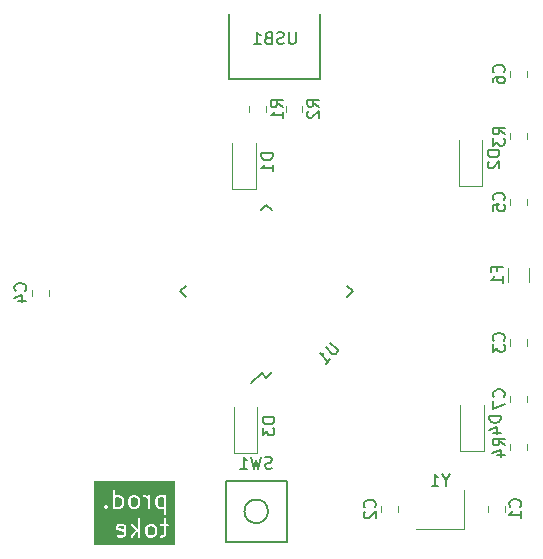
<source format=gbr>
G04 #@! TF.GenerationSoftware,KiCad,Pcbnew,7.0.1*
G04 #@! TF.CreationDate,2023-04-11T18:09:49-04:00*
G04 #@! TF.ProjectId,pikas-pcbs,70696b61-732d-4706-9362-732e6b696361,rev?*
G04 #@! TF.SameCoordinates,Original*
G04 #@! TF.FileFunction,Legend,Bot*
G04 #@! TF.FilePolarity,Positive*
%FSLAX46Y46*%
G04 Gerber Fmt 4.6, Leading zero omitted, Abs format (unit mm)*
G04 Created by KiCad (PCBNEW 7.0.1) date 2023-04-11 18:09:49*
%MOMM*%
%LPD*%
G01*
G04 APERTURE LIST*
%ADD10C,0.187500*%
%ADD11C,0.150000*%
%ADD12C,0.120000*%
G04 APERTURE END LIST*
D10*
G36*
X87333751Y-83046156D02*
G01*
X87383665Y-83096069D01*
X87438392Y-83205523D01*
X87438392Y-83589832D01*
X87383665Y-83699286D01*
X87333752Y-83749200D01*
X87224297Y-83803928D01*
X87054274Y-83803928D01*
X86944820Y-83749202D01*
X86894904Y-83699286D01*
X86840178Y-83589833D01*
X86840178Y-83205523D01*
X86894906Y-83096068D01*
X86944819Y-83046154D01*
X87054273Y-82991428D01*
X87224297Y-82991428D01*
X87333751Y-83046156D01*
G37*
G36*
X84819408Y-83038984D02*
G01*
X84866963Y-83134095D01*
X84866963Y-83283321D01*
X84340178Y-83177964D01*
X84340178Y-83134096D01*
X84387733Y-83038983D01*
X84482844Y-82991428D01*
X84724297Y-82991428D01*
X84819408Y-83038984D01*
G37*
G36*
X88224107Y-80597047D02*
G01*
X88224107Y-81338309D01*
X88152869Y-81373928D01*
X87911417Y-81373928D01*
X87801963Y-81319202D01*
X87752047Y-81269286D01*
X87697321Y-81159833D01*
X87697321Y-80775523D01*
X87752049Y-80666068D01*
X87801962Y-80616154D01*
X87911416Y-80561428D01*
X88152869Y-80561428D01*
X88224107Y-80597047D01*
G37*
G36*
X85905180Y-80616156D02*
G01*
X85955094Y-80666069D01*
X86009821Y-80775523D01*
X86009821Y-81159832D01*
X85955094Y-81269286D01*
X85905181Y-81319200D01*
X85795726Y-81373928D01*
X85625703Y-81373928D01*
X85516249Y-81319202D01*
X85466333Y-81269286D01*
X85411607Y-81159833D01*
X85411607Y-80775523D01*
X85466335Y-80666068D01*
X85516248Y-80616154D01*
X85625702Y-80561428D01*
X85795726Y-80561428D01*
X85905180Y-80616156D01*
G37*
G36*
X84548037Y-80616156D02*
G01*
X84597951Y-80666069D01*
X84652678Y-80775523D01*
X84652678Y-81159832D01*
X84597951Y-81269286D01*
X84548038Y-81319200D01*
X84438583Y-81373928D01*
X84197132Y-81373928D01*
X84125893Y-81338309D01*
X84125893Y-80597047D01*
X84197131Y-80561428D01*
X84438583Y-80561428D01*
X84548037Y-80616156D01*
G37*
G36*
X89170536Y-84576786D02*
G01*
X82296428Y-84576786D01*
X82296428Y-83249489D01*
X84148866Y-83249489D01*
X84152678Y-83265698D01*
X84152678Y-83268301D01*
X84155753Y-83278774D01*
X84161470Y-83303082D01*
X84163454Y-83305000D01*
X84164231Y-83307646D01*
X84183092Y-83323989D01*
X84201049Y-83341352D01*
X84203754Y-83341893D01*
X84205839Y-83343699D01*
X84230544Y-83347251D01*
X84866963Y-83474534D01*
X84866963Y-83661261D01*
X84819407Y-83756372D01*
X84724297Y-83803928D01*
X84482845Y-83803928D01*
X84347725Y-83736369D01*
X84307367Y-83729107D01*
X84256513Y-83750199D01*
X84225135Y-83795436D01*
X84223194Y-83850457D01*
X84251308Y-83897792D01*
X84414270Y-83979272D01*
X84433185Y-83991428D01*
X84452346Y-83991428D01*
X84471202Y-83994821D01*
X84479383Y-83991428D01*
X84741384Y-83991428D01*
X84763732Y-83993841D01*
X84780866Y-83985273D01*
X84799253Y-83979875D01*
X84805053Y-83973180D01*
X84909848Y-83920783D01*
X84913492Y-83920912D01*
X84934251Y-83908582D01*
X84943268Y-83904074D01*
X84945787Y-83901730D01*
X84960827Y-83892798D01*
X84965554Y-83883343D01*
X84973293Y-83876145D01*
X84977626Y-83859198D01*
X85042307Y-83729834D01*
X85054463Y-83710920D01*
X85054463Y-83691759D01*
X85057856Y-83672903D01*
X85054463Y-83664722D01*
X85054463Y-83413780D01*
X85058275Y-83403010D01*
X85054463Y-83386801D01*
X85054463Y-83117018D01*
X85056877Y-83094660D01*
X85048307Y-83077521D01*
X85042910Y-83059139D01*
X85036216Y-83053339D01*
X84983818Y-82948543D01*
X84983947Y-82944901D01*
X84971619Y-82924144D01*
X84967109Y-82915124D01*
X84964765Y-82912604D01*
X84955833Y-82897565D01*
X84946378Y-82892837D01*
X84944397Y-82890707D01*
X85434683Y-82890707D01*
X85446386Y-82944504D01*
X85836928Y-83335046D01*
X85449054Y-83852212D01*
X85434689Y-83890620D01*
X85446344Y-83944427D01*
X85485238Y-83983391D01*
X85539024Y-83995143D01*
X85590625Y-83975950D01*
X85970857Y-83468975D01*
X86009821Y-83507939D01*
X86009821Y-83911158D01*
X86021374Y-83950503D01*
X86062982Y-83986556D01*
X86117476Y-83994391D01*
X86167556Y-83971521D01*
X86197321Y-83925206D01*
X86197321Y-83486022D01*
X86201030Y-83476078D01*
X86197321Y-83459027D01*
X86197321Y-83193880D01*
X86649285Y-83193880D01*
X86652678Y-83202061D01*
X86652678Y-83606917D01*
X86650265Y-83629269D01*
X86658832Y-83646404D01*
X86664231Y-83664789D01*
X86670925Y-83670589D01*
X86728747Y-83786232D01*
X86732100Y-83801646D01*
X86750364Y-83819911D01*
X86767962Y-83838829D01*
X86769735Y-83839282D01*
X86814681Y-83884229D01*
X86822737Y-83897792D01*
X86845836Y-83909341D01*
X86868515Y-83921725D01*
X86870342Y-83921594D01*
X86985699Y-83979272D01*
X87004614Y-83991428D01*
X87023775Y-83991428D01*
X87042631Y-83994821D01*
X87050812Y-83991428D01*
X87241384Y-83991428D01*
X87263732Y-83993841D01*
X87280866Y-83985273D01*
X87299253Y-83979875D01*
X87305053Y-83973180D01*
X87420697Y-83915358D01*
X87436111Y-83912006D01*
X87436534Y-83911583D01*
X87864001Y-83911583D01*
X87886871Y-83961663D01*
X87933186Y-83991428D01*
X88098527Y-83991428D01*
X88120875Y-83993841D01*
X88138009Y-83985273D01*
X88156396Y-83979875D01*
X88162196Y-83973180D01*
X88266991Y-83920783D01*
X88270634Y-83920912D01*
X88291390Y-83908584D01*
X88300411Y-83904074D01*
X88302930Y-83901730D01*
X88317970Y-83892798D01*
X88322697Y-83883343D01*
X88330436Y-83876145D01*
X88334769Y-83859199D01*
X88399451Y-83729834D01*
X88411607Y-83710920D01*
X88411607Y-83691760D01*
X88415000Y-83672904D01*
X88411607Y-83664723D01*
X88411607Y-82991428D01*
X88545622Y-82991428D01*
X88584967Y-82979875D01*
X88621020Y-82938267D01*
X88628855Y-82883773D01*
X88605985Y-82833693D01*
X88559670Y-82803928D01*
X88411607Y-82803928D01*
X88411607Y-82384198D01*
X88400054Y-82344853D01*
X88358446Y-82308800D01*
X88303952Y-82300965D01*
X88253872Y-82323835D01*
X88224107Y-82370150D01*
X88224107Y-82803928D01*
X87947234Y-82803928D01*
X87907889Y-82815481D01*
X87871836Y-82857089D01*
X87864001Y-82911583D01*
X87886871Y-82961663D01*
X87933186Y-82991428D01*
X88224107Y-82991428D01*
X88224107Y-83661260D01*
X88176551Y-83756372D01*
X88081440Y-83803928D01*
X87947234Y-83803928D01*
X87907889Y-83815481D01*
X87871836Y-83857089D01*
X87864001Y-83911583D01*
X87436534Y-83911583D01*
X87454369Y-83893747D01*
X87473293Y-83876145D01*
X87473746Y-83874370D01*
X87518691Y-83829425D01*
X87532256Y-83821369D01*
X87543811Y-83798257D01*
X87556189Y-83775590D01*
X87556058Y-83773763D01*
X87613736Y-83658406D01*
X87625892Y-83639492D01*
X87625892Y-83620331D01*
X87629285Y-83601475D01*
X87625892Y-83593294D01*
X87625892Y-83188446D01*
X87628306Y-83166088D01*
X87619736Y-83148949D01*
X87614339Y-83130567D01*
X87607645Y-83124767D01*
X87549823Y-83009122D01*
X87546470Y-82993708D01*
X87528202Y-82975441D01*
X87510609Y-82956527D01*
X87508834Y-82956073D01*
X87463888Y-82911128D01*
X87455833Y-82897565D01*
X87432713Y-82886004D01*
X87410053Y-82873632D01*
X87408228Y-82873762D01*
X87292867Y-82816081D01*
X87273956Y-82803928D01*
X87254796Y-82803928D01*
X87235940Y-82800535D01*
X87227759Y-82803928D01*
X87037189Y-82803928D01*
X87014837Y-82801515D01*
X86997701Y-82810082D01*
X86979317Y-82815481D01*
X86973516Y-82822175D01*
X86857871Y-82879998D01*
X86842459Y-82883351D01*
X86824200Y-82901609D01*
X86805277Y-82919212D01*
X86804823Y-82920986D01*
X86759878Y-82965931D01*
X86746315Y-82973987D01*
X86734757Y-82997102D01*
X86722382Y-83019766D01*
X86722512Y-83021591D01*
X86664831Y-83136952D01*
X86652678Y-83155864D01*
X86652678Y-83175024D01*
X86649285Y-83193880D01*
X86197321Y-83193880D01*
X86197321Y-82384198D01*
X86185768Y-82344853D01*
X86144160Y-82308800D01*
X86089666Y-82300965D01*
X86039586Y-82323835D01*
X86009821Y-82370150D01*
X86009821Y-83242743D01*
X86007618Y-83240536D01*
X86007572Y-83240526D01*
X85588901Y-82821855D01*
X85552911Y-82802203D01*
X85497997Y-82806131D01*
X85453923Y-82839124D01*
X85434683Y-82890707D01*
X84944397Y-82890707D01*
X84939180Y-82885099D01*
X84922235Y-82880766D01*
X84792867Y-82816081D01*
X84773956Y-82803928D01*
X84754796Y-82803928D01*
X84735940Y-82800535D01*
X84727759Y-82803928D01*
X84465760Y-82803928D01*
X84443408Y-82801515D01*
X84426272Y-82810082D01*
X84407888Y-82815481D01*
X84402087Y-82822175D01*
X84297291Y-82874573D01*
X84293650Y-82874445D01*
X84272894Y-82886772D01*
X84263873Y-82891283D01*
X84261353Y-82893626D01*
X84246314Y-82902559D01*
X84241586Y-82912013D01*
X84233848Y-82919212D01*
X84229514Y-82936157D01*
X84164833Y-83065521D01*
X84152678Y-83084436D01*
X84152678Y-83103597D01*
X84149285Y-83122453D01*
X84152678Y-83130634D01*
X84152678Y-83238719D01*
X84148866Y-83249489D01*
X82296428Y-83249489D01*
X82296428Y-81389280D01*
X83148969Y-81389280D01*
X83153395Y-81409628D01*
X83154881Y-81430395D01*
X83159155Y-81436104D01*
X83160672Y-81443077D01*
X83175397Y-81457802D01*
X83187874Y-81474469D01*
X83194557Y-81476961D01*
X83234645Y-81517049D01*
X83235660Y-81520503D01*
X83248847Y-81531929D01*
X83259303Y-81545897D01*
X83269247Y-81549606D01*
X83277268Y-81556556D01*
X83287772Y-81558066D01*
X83297088Y-81563153D01*
X83304202Y-81562644D01*
X83310886Y-81565137D01*
X83321257Y-81562880D01*
X83331762Y-81564391D01*
X83341416Y-81559982D01*
X83352003Y-81559225D01*
X83357713Y-81554950D01*
X83364683Y-81553434D01*
X83372186Y-81545930D01*
X83381842Y-81541521D01*
X83387581Y-81532590D01*
X83396076Y-81526231D01*
X83398568Y-81519549D01*
X83450837Y-81467280D01*
X83467503Y-81454805D01*
X83474779Y-81435298D01*
X83484760Y-81417019D01*
X83484251Y-81409904D01*
X83486744Y-81403221D01*
X83482317Y-81382870D01*
X83480832Y-81362105D01*
X83476558Y-81356396D01*
X83475042Y-81349424D01*
X83460312Y-81334694D01*
X83447839Y-81318032D01*
X83441158Y-81315540D01*
X83401067Y-81275449D01*
X83400054Y-81271996D01*
X83386867Y-81260569D01*
X83376411Y-81246602D01*
X83366466Y-81242892D01*
X83358446Y-81235943D01*
X83347942Y-81234432D01*
X83338627Y-81229346D01*
X83331511Y-81229854D01*
X83324828Y-81227362D01*
X83314455Y-81229618D01*
X83303952Y-81228108D01*
X83294297Y-81232516D01*
X83283712Y-81233274D01*
X83278003Y-81237547D01*
X83271031Y-81239064D01*
X83263525Y-81246569D01*
X83253872Y-81250978D01*
X83248133Y-81259907D01*
X83239639Y-81266266D01*
X83237146Y-81272949D01*
X83184879Y-81325216D01*
X83168209Y-81337696D01*
X83160932Y-81357204D01*
X83150953Y-81375481D01*
X83151461Y-81382596D01*
X83148969Y-81389280D01*
X82296428Y-81389280D01*
X82296428Y-80542551D01*
X83934496Y-80542551D01*
X83938393Y-80554277D01*
X83938393Y-81394605D01*
X83937481Y-81420457D01*
X83938393Y-81421993D01*
X83938393Y-81481158D01*
X83949946Y-81520503D01*
X83991554Y-81556556D01*
X84046048Y-81564391D01*
X84096128Y-81541521D01*
X84100244Y-81535115D01*
X84128557Y-81549272D01*
X84147472Y-81561428D01*
X84166633Y-81561428D01*
X84185489Y-81564821D01*
X84193670Y-81561428D01*
X84455670Y-81561428D01*
X84478018Y-81563841D01*
X84495152Y-81555273D01*
X84513539Y-81549875D01*
X84519339Y-81543180D01*
X84634983Y-81485358D01*
X84650397Y-81482006D01*
X84668655Y-81463747D01*
X84687579Y-81446145D01*
X84688032Y-81444370D01*
X84732977Y-81399425D01*
X84746542Y-81391369D01*
X84758097Y-81368257D01*
X84770475Y-81345590D01*
X84770344Y-81343763D01*
X84828022Y-81228406D01*
X84840178Y-81209492D01*
X84840178Y-81190331D01*
X84843571Y-81171475D01*
X84840178Y-81163294D01*
X84840178Y-80763880D01*
X85220714Y-80763880D01*
X85224107Y-80772061D01*
X85224107Y-81176917D01*
X85221694Y-81199269D01*
X85230261Y-81216404D01*
X85235660Y-81234789D01*
X85242354Y-81240589D01*
X85300176Y-81356232D01*
X85303529Y-81371646D01*
X85321793Y-81389911D01*
X85339391Y-81408829D01*
X85341164Y-81409282D01*
X85386110Y-81454229D01*
X85394166Y-81467792D01*
X85417265Y-81479341D01*
X85439944Y-81491725D01*
X85441771Y-81491594D01*
X85557128Y-81549272D01*
X85576043Y-81561428D01*
X85595204Y-81561428D01*
X85614060Y-81564821D01*
X85622241Y-81561428D01*
X85812813Y-81561428D01*
X85835161Y-81563841D01*
X85852295Y-81555273D01*
X85870682Y-81549875D01*
X85876482Y-81543180D01*
X85992126Y-81485358D01*
X86007540Y-81482006D01*
X86025798Y-81463747D01*
X86044722Y-81446145D01*
X86045175Y-81444370D01*
X86090120Y-81399425D01*
X86103685Y-81391369D01*
X86115240Y-81368257D01*
X86127618Y-81345590D01*
X86127487Y-81343763D01*
X86185165Y-81228406D01*
X86197321Y-81209492D01*
X86197321Y-81190331D01*
X86200714Y-81171475D01*
X86197321Y-81163294D01*
X86197321Y-80758446D01*
X86199735Y-80736088D01*
X86191165Y-80718949D01*
X86185768Y-80700567D01*
X86179074Y-80694767D01*
X86121252Y-80579122D01*
X86117899Y-80563708D01*
X86099631Y-80545441D01*
X86082038Y-80526527D01*
X86080263Y-80526073D01*
X86035772Y-80481583D01*
X86435429Y-80481583D01*
X86458299Y-80531663D01*
X86504614Y-80561428D01*
X86652867Y-80561428D01*
X86762323Y-80616155D01*
X86812237Y-80666069D01*
X86866964Y-80775523D01*
X86866964Y-81481158D01*
X86878517Y-81520503D01*
X86920125Y-81556556D01*
X86974619Y-81564391D01*
X87024699Y-81541521D01*
X87054464Y-81495206D01*
X87054464Y-80763880D01*
X87506428Y-80763880D01*
X87509821Y-80772061D01*
X87509821Y-81176917D01*
X87507408Y-81199269D01*
X87515975Y-81216404D01*
X87521374Y-81234789D01*
X87528068Y-81240589D01*
X87585890Y-81356232D01*
X87589243Y-81371646D01*
X87607507Y-81389911D01*
X87625105Y-81408829D01*
X87626878Y-81409282D01*
X87671824Y-81454229D01*
X87679880Y-81467792D01*
X87702979Y-81479341D01*
X87725658Y-81491725D01*
X87727485Y-81491594D01*
X87842842Y-81549272D01*
X87861757Y-81561428D01*
X87880918Y-81561428D01*
X87899774Y-81564821D01*
X87907955Y-81561428D01*
X88169956Y-81561428D01*
X88192304Y-81563841D01*
X88209438Y-81555273D01*
X88224107Y-81550967D01*
X88224107Y-81981158D01*
X88235660Y-82020503D01*
X88277268Y-82056556D01*
X88331762Y-82064391D01*
X88381842Y-82041521D01*
X88411607Y-81995206D01*
X88411607Y-81408047D01*
X88415504Y-81392807D01*
X88411607Y-81381080D01*
X88411607Y-80540753D01*
X88412519Y-80514901D01*
X88411607Y-80513365D01*
X88411607Y-80454198D01*
X88400054Y-80414853D01*
X88358446Y-80378800D01*
X88303952Y-80370965D01*
X88253872Y-80393835D01*
X88249755Y-80400239D01*
X88221439Y-80386081D01*
X88202528Y-80373928D01*
X88183368Y-80373928D01*
X88164512Y-80370535D01*
X88156331Y-80373928D01*
X87894332Y-80373928D01*
X87871980Y-80371515D01*
X87854844Y-80380082D01*
X87836460Y-80385481D01*
X87830659Y-80392175D01*
X87715014Y-80449998D01*
X87699602Y-80453351D01*
X87681343Y-80471609D01*
X87662420Y-80489212D01*
X87661966Y-80490986D01*
X87617021Y-80535931D01*
X87603458Y-80543987D01*
X87591900Y-80567102D01*
X87579525Y-80589766D01*
X87579655Y-80591591D01*
X87521974Y-80706952D01*
X87509821Y-80725864D01*
X87509821Y-80745024D01*
X87506428Y-80763880D01*
X87054464Y-80763880D01*
X87054464Y-80758439D01*
X87056877Y-80736087D01*
X87054464Y-80731261D01*
X87054464Y-80454198D01*
X87042911Y-80414853D01*
X87001303Y-80378800D01*
X86946809Y-80370965D01*
X86896729Y-80393835D01*
X86866964Y-80440150D01*
X86866964Y-80458845D01*
X86861292Y-80456008D01*
X86838626Y-80443632D01*
X86836799Y-80443762D01*
X86721441Y-80386083D01*
X86702527Y-80373928D01*
X86683366Y-80373928D01*
X86664510Y-80370535D01*
X86656329Y-80373928D01*
X86518662Y-80373928D01*
X86479317Y-80385481D01*
X86443264Y-80427089D01*
X86435429Y-80481583D01*
X86035772Y-80481583D01*
X86035317Y-80481128D01*
X86027262Y-80467565D01*
X86004142Y-80456004D01*
X85981482Y-80443632D01*
X85979657Y-80443762D01*
X85864296Y-80386081D01*
X85845385Y-80373928D01*
X85826225Y-80373928D01*
X85807369Y-80370535D01*
X85799188Y-80373928D01*
X85608618Y-80373928D01*
X85586266Y-80371515D01*
X85569130Y-80380082D01*
X85550746Y-80385481D01*
X85544945Y-80392175D01*
X85429300Y-80449998D01*
X85413888Y-80453351D01*
X85395629Y-80471609D01*
X85376706Y-80489212D01*
X85376252Y-80490986D01*
X85331307Y-80535931D01*
X85317744Y-80543987D01*
X85306186Y-80567102D01*
X85293811Y-80589766D01*
X85293941Y-80591591D01*
X85236260Y-80706952D01*
X85224107Y-80725864D01*
X85224107Y-80745024D01*
X85220714Y-80763880D01*
X84840178Y-80763880D01*
X84840178Y-80758446D01*
X84842592Y-80736088D01*
X84834022Y-80718949D01*
X84828625Y-80700567D01*
X84821931Y-80694767D01*
X84764109Y-80579122D01*
X84760756Y-80563708D01*
X84742488Y-80545441D01*
X84724895Y-80526527D01*
X84723120Y-80526073D01*
X84678174Y-80481128D01*
X84670119Y-80467565D01*
X84646999Y-80456004D01*
X84624339Y-80443632D01*
X84622514Y-80443762D01*
X84507153Y-80386081D01*
X84488242Y-80373928D01*
X84469082Y-80373928D01*
X84450226Y-80370535D01*
X84442045Y-80373928D01*
X84180047Y-80373928D01*
X84157695Y-80371515D01*
X84140559Y-80380082D01*
X84125893Y-80384389D01*
X84125893Y-79954198D01*
X84114340Y-79914853D01*
X84072732Y-79878800D01*
X84018238Y-79870965D01*
X83968158Y-79893835D01*
X83938393Y-79940150D01*
X83938393Y-80527311D01*
X83934496Y-80542551D01*
X82296428Y-80542551D01*
X82296428Y-79186964D01*
X89170536Y-79186964D01*
X89170536Y-84576786D01*
G37*
D11*
X118381130Y-81367333D02*
X118428750Y-81319714D01*
X118428750Y-81319714D02*
X118476369Y-81176857D01*
X118476369Y-81176857D02*
X118476369Y-81081619D01*
X118476369Y-81081619D02*
X118428750Y-80938762D01*
X118428750Y-80938762D02*
X118333511Y-80843524D01*
X118333511Y-80843524D02*
X118238273Y-80795905D01*
X118238273Y-80795905D02*
X118047797Y-80748286D01*
X118047797Y-80748286D02*
X117904940Y-80748286D01*
X117904940Y-80748286D02*
X117714464Y-80795905D01*
X117714464Y-80795905D02*
X117619226Y-80843524D01*
X117619226Y-80843524D02*
X117523988Y-80938762D01*
X117523988Y-80938762D02*
X117476369Y-81081619D01*
X117476369Y-81081619D02*
X117476369Y-81176857D01*
X117476369Y-81176857D02*
X117523988Y-81319714D01*
X117523988Y-81319714D02*
X117571607Y-81367333D01*
X118476369Y-82319714D02*
X118476369Y-81748286D01*
X118476369Y-82034000D02*
X117476369Y-82034000D01*
X117476369Y-82034000D02*
X117619226Y-81938762D01*
X117619226Y-81938762D02*
X117714464Y-81843524D01*
X117714464Y-81843524D02*
X117762083Y-81748286D01*
X106064130Y-81415833D02*
X106111750Y-81368214D01*
X106111750Y-81368214D02*
X106159369Y-81225357D01*
X106159369Y-81225357D02*
X106159369Y-81130119D01*
X106159369Y-81130119D02*
X106111750Y-80987262D01*
X106111750Y-80987262D02*
X106016511Y-80892024D01*
X106016511Y-80892024D02*
X105921273Y-80844405D01*
X105921273Y-80844405D02*
X105730797Y-80796786D01*
X105730797Y-80796786D02*
X105587940Y-80796786D01*
X105587940Y-80796786D02*
X105397464Y-80844405D01*
X105397464Y-80844405D02*
X105302226Y-80892024D01*
X105302226Y-80892024D02*
X105206988Y-80987262D01*
X105206988Y-80987262D02*
X105159369Y-81130119D01*
X105159369Y-81130119D02*
X105159369Y-81225357D01*
X105159369Y-81225357D02*
X105206988Y-81368214D01*
X105206988Y-81368214D02*
X105254607Y-81415833D01*
X105254607Y-81796786D02*
X105206988Y-81844405D01*
X105206988Y-81844405D02*
X105159369Y-81939643D01*
X105159369Y-81939643D02*
X105159369Y-82177738D01*
X105159369Y-82177738D02*
X105206988Y-82272976D01*
X105206988Y-82272976D02*
X105254607Y-82320595D01*
X105254607Y-82320595D02*
X105349845Y-82368214D01*
X105349845Y-82368214D02*
X105445083Y-82368214D01*
X105445083Y-82368214D02*
X105587940Y-82320595D01*
X105587940Y-82320595D02*
X106159369Y-81749167D01*
X106159369Y-81749167D02*
X106159369Y-82368214D01*
X116986130Y-67302083D02*
X117033750Y-67254464D01*
X117033750Y-67254464D02*
X117081369Y-67111607D01*
X117081369Y-67111607D02*
X117081369Y-67016369D01*
X117081369Y-67016369D02*
X117033750Y-66873512D01*
X117033750Y-66873512D02*
X116938511Y-66778274D01*
X116938511Y-66778274D02*
X116843273Y-66730655D01*
X116843273Y-66730655D02*
X116652797Y-66683036D01*
X116652797Y-66683036D02*
X116509940Y-66683036D01*
X116509940Y-66683036D02*
X116319464Y-66730655D01*
X116319464Y-66730655D02*
X116224226Y-66778274D01*
X116224226Y-66778274D02*
X116128988Y-66873512D01*
X116128988Y-66873512D02*
X116081369Y-67016369D01*
X116081369Y-67016369D02*
X116081369Y-67111607D01*
X116081369Y-67111607D02*
X116128988Y-67254464D01*
X116128988Y-67254464D02*
X116176607Y-67302083D01*
X116081369Y-67635417D02*
X116081369Y-68254464D01*
X116081369Y-68254464D02*
X116462321Y-67921131D01*
X116462321Y-67921131D02*
X116462321Y-68063988D01*
X116462321Y-68063988D02*
X116509940Y-68159226D01*
X116509940Y-68159226D02*
X116557559Y-68206845D01*
X116557559Y-68206845D02*
X116652797Y-68254464D01*
X116652797Y-68254464D02*
X116890892Y-68254464D01*
X116890892Y-68254464D02*
X116986130Y-68206845D01*
X116986130Y-68206845D02*
X117033750Y-68159226D01*
X117033750Y-68159226D02*
X117081369Y-68063988D01*
X117081369Y-68063988D02*
X117081369Y-67778274D01*
X117081369Y-67778274D02*
X117033750Y-67683036D01*
X117033750Y-67683036D02*
X116986130Y-67635417D01*
X76473130Y-63079333D02*
X76520750Y-63031714D01*
X76520750Y-63031714D02*
X76568369Y-62888857D01*
X76568369Y-62888857D02*
X76568369Y-62793619D01*
X76568369Y-62793619D02*
X76520750Y-62650762D01*
X76520750Y-62650762D02*
X76425511Y-62555524D01*
X76425511Y-62555524D02*
X76330273Y-62507905D01*
X76330273Y-62507905D02*
X76139797Y-62460286D01*
X76139797Y-62460286D02*
X75996940Y-62460286D01*
X75996940Y-62460286D02*
X75806464Y-62507905D01*
X75806464Y-62507905D02*
X75711226Y-62555524D01*
X75711226Y-62555524D02*
X75615988Y-62650762D01*
X75615988Y-62650762D02*
X75568369Y-62793619D01*
X75568369Y-62793619D02*
X75568369Y-62888857D01*
X75568369Y-62888857D02*
X75615988Y-63031714D01*
X75615988Y-63031714D02*
X75663607Y-63079333D01*
X75901702Y-63936476D02*
X76568369Y-63936476D01*
X75520750Y-63698381D02*
X76235035Y-63460286D01*
X76235035Y-63460286D02*
X76235035Y-64079333D01*
X116986130Y-55395833D02*
X117033750Y-55348214D01*
X117033750Y-55348214D02*
X117081369Y-55205357D01*
X117081369Y-55205357D02*
X117081369Y-55110119D01*
X117081369Y-55110119D02*
X117033750Y-54967262D01*
X117033750Y-54967262D02*
X116938511Y-54872024D01*
X116938511Y-54872024D02*
X116843273Y-54824405D01*
X116843273Y-54824405D02*
X116652797Y-54776786D01*
X116652797Y-54776786D02*
X116509940Y-54776786D01*
X116509940Y-54776786D02*
X116319464Y-54824405D01*
X116319464Y-54824405D02*
X116224226Y-54872024D01*
X116224226Y-54872024D02*
X116128988Y-54967262D01*
X116128988Y-54967262D02*
X116081369Y-55110119D01*
X116081369Y-55110119D02*
X116081369Y-55205357D01*
X116081369Y-55205357D02*
X116128988Y-55348214D01*
X116128988Y-55348214D02*
X116176607Y-55395833D01*
X116081369Y-56300595D02*
X116081369Y-55824405D01*
X116081369Y-55824405D02*
X116557559Y-55776786D01*
X116557559Y-55776786D02*
X116509940Y-55824405D01*
X116509940Y-55824405D02*
X116462321Y-55919643D01*
X116462321Y-55919643D02*
X116462321Y-56157738D01*
X116462321Y-56157738D02*
X116509940Y-56252976D01*
X116509940Y-56252976D02*
X116557559Y-56300595D01*
X116557559Y-56300595D02*
X116652797Y-56348214D01*
X116652797Y-56348214D02*
X116890892Y-56348214D01*
X116890892Y-56348214D02*
X116986130Y-56300595D01*
X116986130Y-56300595D02*
X117033750Y-56252976D01*
X117033750Y-56252976D02*
X117081369Y-56157738D01*
X117081369Y-56157738D02*
X117081369Y-55919643D01*
X117081369Y-55919643D02*
X117033750Y-55824405D01*
X117033750Y-55824405D02*
X116986130Y-55776786D01*
X116986130Y-44570833D02*
X117033750Y-44523214D01*
X117033750Y-44523214D02*
X117081369Y-44380357D01*
X117081369Y-44380357D02*
X117081369Y-44285119D01*
X117081369Y-44285119D02*
X117033750Y-44142262D01*
X117033750Y-44142262D02*
X116938511Y-44047024D01*
X116938511Y-44047024D02*
X116843273Y-43999405D01*
X116843273Y-43999405D02*
X116652797Y-43951786D01*
X116652797Y-43951786D02*
X116509940Y-43951786D01*
X116509940Y-43951786D02*
X116319464Y-43999405D01*
X116319464Y-43999405D02*
X116224226Y-44047024D01*
X116224226Y-44047024D02*
X116128988Y-44142262D01*
X116128988Y-44142262D02*
X116081369Y-44285119D01*
X116081369Y-44285119D02*
X116081369Y-44380357D01*
X116081369Y-44380357D02*
X116128988Y-44523214D01*
X116128988Y-44523214D02*
X116176607Y-44570833D01*
X116081369Y-45427976D02*
X116081369Y-45237500D01*
X116081369Y-45237500D02*
X116128988Y-45142262D01*
X116128988Y-45142262D02*
X116176607Y-45094643D01*
X116176607Y-45094643D02*
X116319464Y-44999405D01*
X116319464Y-44999405D02*
X116509940Y-44951786D01*
X116509940Y-44951786D02*
X116890892Y-44951786D01*
X116890892Y-44951786D02*
X116986130Y-44999405D01*
X116986130Y-44999405D02*
X117033750Y-45047024D01*
X117033750Y-45047024D02*
X117081369Y-45142262D01*
X117081369Y-45142262D02*
X117081369Y-45332738D01*
X117081369Y-45332738D02*
X117033750Y-45427976D01*
X117033750Y-45427976D02*
X116986130Y-45475595D01*
X116986130Y-45475595D02*
X116890892Y-45523214D01*
X116890892Y-45523214D02*
X116652797Y-45523214D01*
X116652797Y-45523214D02*
X116557559Y-45475595D01*
X116557559Y-45475595D02*
X116509940Y-45427976D01*
X116509940Y-45427976D02*
X116462321Y-45332738D01*
X116462321Y-45332738D02*
X116462321Y-45142262D01*
X116462321Y-45142262D02*
X116509940Y-45047024D01*
X116509940Y-45047024D02*
X116557559Y-44999405D01*
X116557559Y-44999405D02*
X116652797Y-44951786D01*
X116986130Y-72064583D02*
X117033750Y-72016964D01*
X117033750Y-72016964D02*
X117081369Y-71874107D01*
X117081369Y-71874107D02*
X117081369Y-71778869D01*
X117081369Y-71778869D02*
X117033750Y-71636012D01*
X117033750Y-71636012D02*
X116938511Y-71540774D01*
X116938511Y-71540774D02*
X116843273Y-71493155D01*
X116843273Y-71493155D02*
X116652797Y-71445536D01*
X116652797Y-71445536D02*
X116509940Y-71445536D01*
X116509940Y-71445536D02*
X116319464Y-71493155D01*
X116319464Y-71493155D02*
X116224226Y-71540774D01*
X116224226Y-71540774D02*
X116128988Y-71636012D01*
X116128988Y-71636012D02*
X116081369Y-71778869D01*
X116081369Y-71778869D02*
X116081369Y-71874107D01*
X116081369Y-71874107D02*
X116128988Y-72016964D01*
X116128988Y-72016964D02*
X116176607Y-72064583D01*
X116081369Y-72397917D02*
X116081369Y-73064583D01*
X116081369Y-73064583D02*
X117081369Y-72636012D01*
X97458619Y-51458905D02*
X96458619Y-51458905D01*
X96458619Y-51458905D02*
X96458619Y-51697000D01*
X96458619Y-51697000D02*
X96506238Y-51839857D01*
X96506238Y-51839857D02*
X96601476Y-51935095D01*
X96601476Y-51935095D02*
X96696714Y-51982714D01*
X96696714Y-51982714D02*
X96887190Y-52030333D01*
X96887190Y-52030333D02*
X97030047Y-52030333D01*
X97030047Y-52030333D02*
X97220523Y-51982714D01*
X97220523Y-51982714D02*
X97315761Y-51935095D01*
X97315761Y-51935095D02*
X97411000Y-51839857D01*
X97411000Y-51839857D02*
X97458619Y-51697000D01*
X97458619Y-51697000D02*
X97458619Y-51458905D01*
X97458619Y-52982714D02*
X97458619Y-52411286D01*
X97458619Y-52697000D02*
X96458619Y-52697000D01*
X96458619Y-52697000D02*
X96601476Y-52601762D01*
X96601476Y-52601762D02*
X96696714Y-52506524D01*
X96696714Y-52506524D02*
X96744333Y-52411286D01*
X116635619Y-51203905D02*
X115635619Y-51203905D01*
X115635619Y-51203905D02*
X115635619Y-51442000D01*
X115635619Y-51442000D02*
X115683238Y-51584857D01*
X115683238Y-51584857D02*
X115778476Y-51680095D01*
X115778476Y-51680095D02*
X115873714Y-51727714D01*
X115873714Y-51727714D02*
X116064190Y-51775333D01*
X116064190Y-51775333D02*
X116207047Y-51775333D01*
X116207047Y-51775333D02*
X116397523Y-51727714D01*
X116397523Y-51727714D02*
X116492761Y-51680095D01*
X116492761Y-51680095D02*
X116588000Y-51584857D01*
X116588000Y-51584857D02*
X116635619Y-51442000D01*
X116635619Y-51442000D02*
X116635619Y-51203905D01*
X115730857Y-52156286D02*
X115683238Y-52203905D01*
X115683238Y-52203905D02*
X115635619Y-52299143D01*
X115635619Y-52299143D02*
X115635619Y-52537238D01*
X115635619Y-52537238D02*
X115683238Y-52632476D01*
X115683238Y-52632476D02*
X115730857Y-52680095D01*
X115730857Y-52680095D02*
X115826095Y-52727714D01*
X115826095Y-52727714D02*
X115921333Y-52727714D01*
X115921333Y-52727714D02*
X116064190Y-52680095D01*
X116064190Y-52680095D02*
X116635619Y-52108667D01*
X116635619Y-52108667D02*
X116635619Y-52727714D01*
X97585619Y-73810905D02*
X96585619Y-73810905D01*
X96585619Y-73810905D02*
X96585619Y-74049000D01*
X96585619Y-74049000D02*
X96633238Y-74191857D01*
X96633238Y-74191857D02*
X96728476Y-74287095D01*
X96728476Y-74287095D02*
X96823714Y-74334714D01*
X96823714Y-74334714D02*
X97014190Y-74382333D01*
X97014190Y-74382333D02*
X97157047Y-74382333D01*
X97157047Y-74382333D02*
X97347523Y-74334714D01*
X97347523Y-74334714D02*
X97442761Y-74287095D01*
X97442761Y-74287095D02*
X97538000Y-74191857D01*
X97538000Y-74191857D02*
X97585619Y-74049000D01*
X97585619Y-74049000D02*
X97585619Y-73810905D01*
X96585619Y-74715667D02*
X96585619Y-75334714D01*
X96585619Y-75334714D02*
X96966571Y-75001381D01*
X96966571Y-75001381D02*
X96966571Y-75144238D01*
X96966571Y-75144238D02*
X97014190Y-75239476D01*
X97014190Y-75239476D02*
X97061809Y-75287095D01*
X97061809Y-75287095D02*
X97157047Y-75334714D01*
X97157047Y-75334714D02*
X97395142Y-75334714D01*
X97395142Y-75334714D02*
X97490380Y-75287095D01*
X97490380Y-75287095D02*
X97538000Y-75239476D01*
X97538000Y-75239476D02*
X97585619Y-75144238D01*
X97585619Y-75144238D02*
X97585619Y-74858524D01*
X97585619Y-74858524D02*
X97538000Y-74763286D01*
X97538000Y-74763286D02*
X97490380Y-74715667D01*
X116762619Y-73683905D02*
X115762619Y-73683905D01*
X115762619Y-73683905D02*
X115762619Y-73922000D01*
X115762619Y-73922000D02*
X115810238Y-74064857D01*
X115810238Y-74064857D02*
X115905476Y-74160095D01*
X115905476Y-74160095D02*
X116000714Y-74207714D01*
X116000714Y-74207714D02*
X116191190Y-74255333D01*
X116191190Y-74255333D02*
X116334047Y-74255333D01*
X116334047Y-74255333D02*
X116524523Y-74207714D01*
X116524523Y-74207714D02*
X116619761Y-74160095D01*
X116619761Y-74160095D02*
X116715000Y-74064857D01*
X116715000Y-74064857D02*
X116762619Y-73922000D01*
X116762619Y-73922000D02*
X116762619Y-73683905D01*
X116095952Y-75112476D02*
X116762619Y-75112476D01*
X115715000Y-74874381D02*
X116429285Y-74636286D01*
X116429285Y-74636286D02*
X116429285Y-75255333D01*
X116387559Y-61391666D02*
X116387559Y-61058333D01*
X116911369Y-61058333D02*
X115911369Y-61058333D01*
X115911369Y-61058333D02*
X115911369Y-61534523D01*
X116911369Y-62439285D02*
X116911369Y-61867857D01*
X116911369Y-62153571D02*
X115911369Y-62153571D01*
X115911369Y-62153571D02*
X116054226Y-62058333D01*
X116054226Y-62058333D02*
X116149464Y-61963095D01*
X116149464Y-61963095D02*
X116197083Y-61867857D01*
X98283369Y-47536833D02*
X97807178Y-47203500D01*
X98283369Y-46965405D02*
X97283369Y-46965405D01*
X97283369Y-46965405D02*
X97283369Y-47346357D01*
X97283369Y-47346357D02*
X97330988Y-47441595D01*
X97330988Y-47441595D02*
X97378607Y-47489214D01*
X97378607Y-47489214D02*
X97473845Y-47536833D01*
X97473845Y-47536833D02*
X97616702Y-47536833D01*
X97616702Y-47536833D02*
X97711940Y-47489214D01*
X97711940Y-47489214D02*
X97759559Y-47441595D01*
X97759559Y-47441595D02*
X97807178Y-47346357D01*
X97807178Y-47346357D02*
X97807178Y-46965405D01*
X98283369Y-48489214D02*
X98283369Y-47917786D01*
X98283369Y-48203500D02*
X97283369Y-48203500D01*
X97283369Y-48203500D02*
X97426226Y-48108262D01*
X97426226Y-48108262D02*
X97521464Y-48013024D01*
X97521464Y-48013024D02*
X97569083Y-47917786D01*
X117081369Y-49839583D02*
X116605178Y-49506250D01*
X117081369Y-49268155D02*
X116081369Y-49268155D01*
X116081369Y-49268155D02*
X116081369Y-49649107D01*
X116081369Y-49649107D02*
X116128988Y-49744345D01*
X116128988Y-49744345D02*
X116176607Y-49791964D01*
X116176607Y-49791964D02*
X116271845Y-49839583D01*
X116271845Y-49839583D02*
X116414702Y-49839583D01*
X116414702Y-49839583D02*
X116509940Y-49791964D01*
X116509940Y-49791964D02*
X116557559Y-49744345D01*
X116557559Y-49744345D02*
X116605178Y-49649107D01*
X116605178Y-49649107D02*
X116605178Y-49268155D01*
X116081369Y-50172917D02*
X116081369Y-50791964D01*
X116081369Y-50791964D02*
X116462321Y-50458631D01*
X116462321Y-50458631D02*
X116462321Y-50601488D01*
X116462321Y-50601488D02*
X116509940Y-50696726D01*
X116509940Y-50696726D02*
X116557559Y-50744345D01*
X116557559Y-50744345D02*
X116652797Y-50791964D01*
X116652797Y-50791964D02*
X116890892Y-50791964D01*
X116890892Y-50791964D02*
X116986130Y-50744345D01*
X116986130Y-50744345D02*
X117033750Y-50696726D01*
X117033750Y-50696726D02*
X117081369Y-50601488D01*
X117081369Y-50601488D02*
X117081369Y-50315774D01*
X117081369Y-50315774D02*
X117033750Y-50220536D01*
X117033750Y-50220536D02*
X116986130Y-50172917D01*
X117081369Y-76177083D02*
X116605178Y-75843750D01*
X117081369Y-75605655D02*
X116081369Y-75605655D01*
X116081369Y-75605655D02*
X116081369Y-75986607D01*
X116081369Y-75986607D02*
X116128988Y-76081845D01*
X116128988Y-76081845D02*
X116176607Y-76129464D01*
X116176607Y-76129464D02*
X116271845Y-76177083D01*
X116271845Y-76177083D02*
X116414702Y-76177083D01*
X116414702Y-76177083D02*
X116509940Y-76129464D01*
X116509940Y-76129464D02*
X116557559Y-76081845D01*
X116557559Y-76081845D02*
X116605178Y-75986607D01*
X116605178Y-75986607D02*
X116605178Y-75605655D01*
X116414702Y-77034226D02*
X117081369Y-77034226D01*
X116033750Y-76796131D02*
X116748035Y-76558036D01*
X116748035Y-76558036D02*
X116748035Y-77177083D01*
X97377082Y-78107250D02*
X97234225Y-78154869D01*
X97234225Y-78154869D02*
X96996130Y-78154869D01*
X96996130Y-78154869D02*
X96900892Y-78107250D01*
X96900892Y-78107250D02*
X96853273Y-78059630D01*
X96853273Y-78059630D02*
X96805654Y-77964392D01*
X96805654Y-77964392D02*
X96805654Y-77869154D01*
X96805654Y-77869154D02*
X96853273Y-77773916D01*
X96853273Y-77773916D02*
X96900892Y-77726297D01*
X96900892Y-77726297D02*
X96996130Y-77678678D01*
X96996130Y-77678678D02*
X97186606Y-77631059D01*
X97186606Y-77631059D02*
X97281844Y-77583440D01*
X97281844Y-77583440D02*
X97329463Y-77535821D01*
X97329463Y-77535821D02*
X97377082Y-77440583D01*
X97377082Y-77440583D02*
X97377082Y-77345345D01*
X97377082Y-77345345D02*
X97329463Y-77250107D01*
X97329463Y-77250107D02*
X97281844Y-77202488D01*
X97281844Y-77202488D02*
X97186606Y-77154869D01*
X97186606Y-77154869D02*
X96948511Y-77154869D01*
X96948511Y-77154869D02*
X96805654Y-77202488D01*
X96472320Y-77154869D02*
X96234225Y-78154869D01*
X96234225Y-78154869D02*
X96043749Y-77440583D01*
X96043749Y-77440583D02*
X95853273Y-78154869D01*
X95853273Y-78154869D02*
X95615178Y-77154869D01*
X94710416Y-78154869D02*
X95281844Y-78154869D01*
X94996130Y-78154869D02*
X94996130Y-77154869D01*
X94996130Y-77154869D02*
X95091368Y-77297726D01*
X95091368Y-77297726D02*
X95186606Y-77392964D01*
X95186606Y-77392964D02*
X95281844Y-77440583D01*
X102327708Y-67468212D02*
X102900128Y-68040632D01*
X102900128Y-68040632D02*
X102933799Y-68141647D01*
X102933799Y-68141647D02*
X102933799Y-68208990D01*
X102933799Y-68208990D02*
X102900128Y-68310006D01*
X102900128Y-68310006D02*
X102765441Y-68444693D01*
X102765441Y-68444693D02*
X102664425Y-68478364D01*
X102664425Y-68478364D02*
X102597082Y-68478364D01*
X102597082Y-68478364D02*
X102496067Y-68444693D01*
X102496067Y-68444693D02*
X101923647Y-67872273D01*
X101923647Y-69286486D02*
X102327708Y-68882425D01*
X102125677Y-69084456D02*
X101418571Y-68377349D01*
X101418571Y-68377349D02*
X101586929Y-68411021D01*
X101586929Y-68411021D02*
X101721616Y-68411021D01*
X101721616Y-68411021D02*
X101822632Y-68377349D01*
X99369344Y-41182119D02*
X99369344Y-41991642D01*
X99369344Y-41991642D02*
X99321725Y-42086880D01*
X99321725Y-42086880D02*
X99274106Y-42134500D01*
X99274106Y-42134500D02*
X99178868Y-42182119D01*
X99178868Y-42182119D02*
X98988392Y-42182119D01*
X98988392Y-42182119D02*
X98893154Y-42134500D01*
X98893154Y-42134500D02*
X98845535Y-42086880D01*
X98845535Y-42086880D02*
X98797916Y-41991642D01*
X98797916Y-41991642D02*
X98797916Y-41182119D01*
X98369344Y-42134500D02*
X98226487Y-42182119D01*
X98226487Y-42182119D02*
X97988392Y-42182119D01*
X97988392Y-42182119D02*
X97893154Y-42134500D01*
X97893154Y-42134500D02*
X97845535Y-42086880D01*
X97845535Y-42086880D02*
X97797916Y-41991642D01*
X97797916Y-41991642D02*
X97797916Y-41896404D01*
X97797916Y-41896404D02*
X97845535Y-41801166D01*
X97845535Y-41801166D02*
X97893154Y-41753547D01*
X97893154Y-41753547D02*
X97988392Y-41705928D01*
X97988392Y-41705928D02*
X98178868Y-41658309D01*
X98178868Y-41658309D02*
X98274106Y-41610690D01*
X98274106Y-41610690D02*
X98321725Y-41563071D01*
X98321725Y-41563071D02*
X98369344Y-41467833D01*
X98369344Y-41467833D02*
X98369344Y-41372595D01*
X98369344Y-41372595D02*
X98321725Y-41277357D01*
X98321725Y-41277357D02*
X98274106Y-41229738D01*
X98274106Y-41229738D02*
X98178868Y-41182119D01*
X98178868Y-41182119D02*
X97940773Y-41182119D01*
X97940773Y-41182119D02*
X97797916Y-41229738D01*
X97036011Y-41658309D02*
X96893154Y-41705928D01*
X96893154Y-41705928D02*
X96845535Y-41753547D01*
X96845535Y-41753547D02*
X96797916Y-41848785D01*
X96797916Y-41848785D02*
X96797916Y-41991642D01*
X96797916Y-41991642D02*
X96845535Y-42086880D01*
X96845535Y-42086880D02*
X96893154Y-42134500D01*
X96893154Y-42134500D02*
X96988392Y-42182119D01*
X96988392Y-42182119D02*
X97369344Y-42182119D01*
X97369344Y-42182119D02*
X97369344Y-41182119D01*
X97369344Y-41182119D02*
X97036011Y-41182119D01*
X97036011Y-41182119D02*
X96940773Y-41229738D01*
X96940773Y-41229738D02*
X96893154Y-41277357D01*
X96893154Y-41277357D02*
X96845535Y-41372595D01*
X96845535Y-41372595D02*
X96845535Y-41467833D01*
X96845535Y-41467833D02*
X96893154Y-41563071D01*
X96893154Y-41563071D02*
X96940773Y-41610690D01*
X96940773Y-41610690D02*
X97036011Y-41658309D01*
X97036011Y-41658309D02*
X97369344Y-41658309D01*
X95845535Y-42182119D02*
X96416963Y-42182119D01*
X96131249Y-42182119D02*
X96131249Y-41182119D01*
X96131249Y-41182119D02*
X96226487Y-41324976D01*
X96226487Y-41324976D02*
X96321725Y-41420214D01*
X96321725Y-41420214D02*
X96416963Y-41467833D01*
X112088690Y-79126678D02*
X112088690Y-79602869D01*
X112422023Y-78602869D02*
X112088690Y-79126678D01*
X112088690Y-79126678D02*
X111755357Y-78602869D01*
X110898214Y-79602869D02*
X111469642Y-79602869D01*
X111183928Y-79602869D02*
X111183928Y-78602869D01*
X111183928Y-78602869D02*
X111279166Y-78745726D01*
X111279166Y-78745726D02*
X111374404Y-78840964D01*
X111374404Y-78840964D02*
X111469642Y-78888583D01*
X101363119Y-47506833D02*
X100886928Y-47173500D01*
X101363119Y-46935405D02*
X100363119Y-46935405D01*
X100363119Y-46935405D02*
X100363119Y-47316357D01*
X100363119Y-47316357D02*
X100410738Y-47411595D01*
X100410738Y-47411595D02*
X100458357Y-47459214D01*
X100458357Y-47459214D02*
X100553595Y-47506833D01*
X100553595Y-47506833D02*
X100696452Y-47506833D01*
X100696452Y-47506833D02*
X100791690Y-47459214D01*
X100791690Y-47459214D02*
X100839309Y-47411595D01*
X100839309Y-47411595D02*
X100886928Y-47316357D01*
X100886928Y-47316357D02*
X100886928Y-46935405D01*
X100458357Y-47887786D02*
X100410738Y-47935405D01*
X100410738Y-47935405D02*
X100363119Y-48030643D01*
X100363119Y-48030643D02*
X100363119Y-48268738D01*
X100363119Y-48268738D02*
X100410738Y-48363976D01*
X100410738Y-48363976D02*
X100458357Y-48411595D01*
X100458357Y-48411595D02*
X100553595Y-48459214D01*
X100553595Y-48459214D02*
X100648833Y-48459214D01*
X100648833Y-48459214D02*
X100791690Y-48411595D01*
X100791690Y-48411595D02*
X101363119Y-47840167D01*
X101363119Y-47840167D02*
X101363119Y-48459214D01*
D12*
X115653750Y-81792578D02*
X115653750Y-81275422D01*
X117073750Y-81792578D02*
X117073750Y-81275422D01*
X108056750Y-81323922D02*
X108056750Y-81841078D01*
X106636750Y-81323922D02*
X106636750Y-81841078D01*
X118978750Y-67210172D02*
X118978750Y-67727328D01*
X117558750Y-67210172D02*
X117558750Y-67727328D01*
X77045750Y-62987422D02*
X77045750Y-63504578D01*
X78465750Y-62987422D02*
X78465750Y-63504578D01*
X118978750Y-55303922D02*
X118978750Y-55821078D01*
X117558750Y-55303922D02*
X117558750Y-55821078D01*
X118978750Y-44478922D02*
X118978750Y-44996078D01*
X117558750Y-44478922D02*
X117558750Y-44996078D01*
X118978750Y-71972672D02*
X118978750Y-72489828D01*
X117558750Y-71972672D02*
X117558750Y-72489828D01*
X93996000Y-54447000D02*
X93996000Y-50547000D01*
X95996000Y-54447000D02*
X93996000Y-54447000D01*
X95996000Y-54447000D02*
X95996000Y-50547000D01*
X113173000Y-54192000D02*
X113173000Y-50292000D01*
X115173000Y-54192000D02*
X113173000Y-54192000D01*
X115173000Y-54192000D02*
X115173000Y-50292000D01*
X94123000Y-76799000D02*
X94123000Y-72899000D01*
X96123000Y-76799000D02*
X94123000Y-76799000D01*
X96123000Y-76799000D02*
X96123000Y-72899000D01*
X113300000Y-76672000D02*
X113300000Y-72772000D01*
X115300000Y-76672000D02*
X113300000Y-76672000D01*
X115300000Y-76672000D02*
X115300000Y-72772000D01*
X119178750Y-61122936D02*
X119178750Y-62327064D01*
X117358750Y-61122936D02*
X117358750Y-62327064D01*
X95460750Y-47962078D02*
X95460750Y-47444922D01*
X96880750Y-47962078D02*
X96880750Y-47444922D01*
X118978750Y-49747672D02*
X118978750Y-50264828D01*
X117558750Y-49747672D02*
X117558750Y-50264828D01*
X118978750Y-76085172D02*
X118978750Y-76602328D01*
X117558750Y-76085172D02*
X117558750Y-76602328D01*
D11*
X93443750Y-79156250D02*
X93443750Y-84356250D01*
X93443750Y-84356250D02*
X98643750Y-84356250D01*
X98643750Y-79156250D02*
X93443750Y-79156250D01*
X98643750Y-84356250D02*
X98643750Y-79156250D01*
X97043750Y-81756250D02*
G75*
G03*
X97043750Y-81756250I-1000000J0D01*
G01*
X104219555Y-63119000D02*
X103742258Y-62641703D01*
X104219555Y-63119000D02*
X103742258Y-63596297D01*
X96901000Y-55800445D02*
X97378297Y-56277742D01*
X96901000Y-55800445D02*
X96423703Y-56277742D01*
X96901000Y-70437555D02*
X97378297Y-69960258D01*
X96901000Y-70437555D02*
X96494414Y-70030969D01*
X96494414Y-70030969D02*
X95592852Y-70932530D01*
X89582445Y-63119000D02*
X90059742Y-62641703D01*
X89582445Y-63119000D02*
X90059742Y-63596297D01*
X93781250Y-45137500D02*
X101481250Y-45137500D01*
X93781250Y-39687500D02*
X93781250Y-45137500D01*
X101481250Y-39687500D02*
X101481250Y-45137500D01*
D12*
X113612500Y-83240250D02*
X109612500Y-83240250D01*
X113612500Y-79940250D02*
X113612500Y-83240250D01*
X98540500Y-47932078D02*
X98540500Y-47414922D01*
X99960500Y-47932078D02*
X99960500Y-47414922D01*
M02*

</source>
